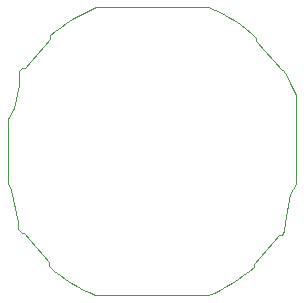
<source format=gbr>
G04 #@! TF.GenerationSoftware,KiCad,Pcbnew,(5.0.1-3-g963ef8bb5)*
G04 #@! TF.CreationDate,2019-01-03T19:12:47-05:00*
G04 #@! TF.ProjectId,neoshiba,6E656F73686962612E6B696361645F70,rev?*
G04 #@! TF.SameCoordinates,Original*
G04 #@! TF.FileFunction,Profile,NP*
%FSLAX46Y46*%
G04 Gerber Fmt 4.6, Leading zero omitted, Abs format (unit mm)*
G04 Created by KiCad (PCBNEW (5.0.1-3-g963ef8bb5)) date Thursday, January 03, 2019 at 07:12:47 PM*
%MOMM*%
%LPD*%
G01*
G04 APERTURE LIST*
%ADD10C,0.100000*%
G04 APERTURE END LIST*
D10*
X149399319Y-105003356D02*
X149927907Y-105254232D01*
X148884526Y-104729922D02*
X149399319Y-105003356D01*
X160026182Y-81102148D02*
X150500632Y-81102148D01*
X160591967Y-81342243D02*
X160026182Y-81102148D01*
X148954500Y-81829000D02*
X148462573Y-82114885D01*
X147983529Y-82421870D02*
X147518057Y-82749533D01*
X147518057Y-82749533D02*
X147066848Y-83097453D01*
X147066848Y-83097453D02*
X146630595Y-83465206D01*
X149974243Y-81322208D02*
X149458620Y-81564634D01*
X149458620Y-81564634D02*
X148954500Y-81829000D01*
X143934500Y-99269000D02*
X143946693Y-99845118D01*
X143946693Y-99845118D02*
X144220096Y-100227662D01*
X144220096Y-100227662D02*
X144392626Y-100227662D01*
X144392626Y-100227662D02*
X146535749Y-102709784D01*
X146535749Y-102709784D02*
X146535749Y-103048781D01*
X146535749Y-103048781D02*
X146973741Y-103424546D01*
X166934500Y-96919000D02*
X167447746Y-96066538D01*
X163175565Y-82925267D02*
X162691520Y-82562586D01*
X162691520Y-82562586D02*
X162191151Y-82221464D01*
X162191151Y-82221464D02*
X161674442Y-81903380D01*
X161674442Y-81903380D02*
X161141384Y-81609815D01*
X161141384Y-81609815D02*
X160591967Y-81342243D01*
X150500632Y-81102148D02*
X150500638Y-81102148D01*
X150500638Y-81102148D02*
X150500643Y-81102148D01*
X150500643Y-81102148D02*
X150500649Y-81102148D01*
X148462573Y-82114885D02*
X147983529Y-82421870D01*
X150500649Y-81102148D02*
X150500655Y-81102148D01*
X150500655Y-81102148D02*
X150500660Y-81102148D01*
X150500660Y-81102148D02*
X150500666Y-81102148D01*
X150500666Y-81102148D02*
X150500672Y-81102148D01*
X150500672Y-81102148D02*
X150500677Y-81102148D01*
X144486923Y-86240576D02*
X144235017Y-86240576D01*
X144235017Y-86240576D02*
X144023350Y-86503506D01*
X166254926Y-100368223D02*
X166470450Y-100044658D01*
X166470450Y-100044658D02*
X166484500Y-99319000D01*
X146630595Y-83465206D02*
X146630595Y-83758454D01*
X146630595Y-83758454D02*
X144486923Y-86240576D01*
X143534500Y-89669000D02*
X143047682Y-90538400D01*
X143047682Y-90538400D02*
X143047682Y-95960705D01*
X149927907Y-105254232D02*
X150469771Y-105481847D01*
X150469771Y-105481847D02*
X159994221Y-105481847D01*
X159994221Y-105481847D02*
X160530649Y-105257127D01*
X160530649Y-105257127D02*
X161051758Y-105006720D01*
X161051758Y-105006720D02*
X161557848Y-104732245D01*
X161557848Y-104732245D02*
X162049222Y-104435316D01*
X143047682Y-95960705D02*
X143334500Y-96569000D01*
X167447746Y-96066538D02*
X167447746Y-88572768D01*
X167447746Y-88572768D02*
X167216592Y-88017789D01*
X167216592Y-88017789D02*
X166959211Y-87477666D01*
X166959211Y-87477666D02*
X166678344Y-86951658D01*
X166678344Y-86951658D02*
X166376736Y-86439012D01*
X166376736Y-86439012D02*
X166237829Y-86439012D01*
X166237829Y-86439012D02*
X164094704Y-83956340D01*
X164094704Y-83956340D02*
X164094704Y-83709396D01*
X164094704Y-83709396D02*
X163643289Y-83308031D01*
X163643289Y-83308031D02*
X163175565Y-82925267D01*
X146973741Y-103424546D02*
X147428138Y-103781241D01*
X147428138Y-103781241D02*
X147898413Y-104118166D01*
X147898413Y-104118166D02*
X148384050Y-104434627D01*
X148384050Y-104434627D02*
X148884526Y-104729922D01*
X162049222Y-104435316D02*
X162526189Y-104117548D01*
X162526189Y-104117548D02*
X162989050Y-103780563D01*
X162989050Y-103780563D02*
X163438111Y-103425974D01*
X163438111Y-103425974D02*
X163873676Y-103055396D01*
X163873676Y-103055396D02*
X163873676Y-102850345D01*
X163873676Y-102850345D02*
X166017351Y-100368223D01*
X166017351Y-100368223D02*
X166254926Y-100368223D01*
X144023350Y-86503506D02*
X144034500Y-87669000D01*
X150500677Y-81102148D02*
X149974243Y-81322208D01*
X143534500Y-89669000D02*
X144033820Y-87669000D01*
X143334500Y-96569000D02*
X143934500Y-99269000D01*
X166934500Y-96919000D02*
X166484500Y-99319000D01*
M02*

</source>
